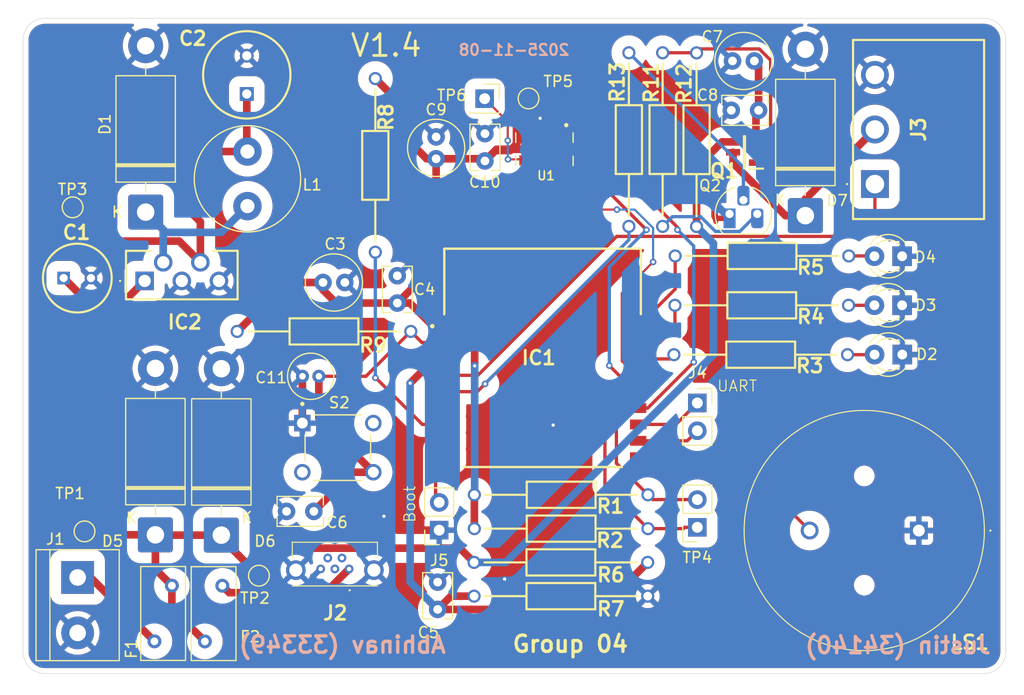
<source format=kicad_pcb>
(kicad_pcb (version 20241229) (generator "pcbnew") (generator_version "9.0")
  (title_block (title "KnockLock") (date "2025-11-08") (rev "V1.4") (company "HSRW") (comment 1 "Group 04") (comment 2 "Justin Julius Chin Cheong - 34140") (comment 3 "Abhinav Kothari - 33349"))
  (layers (0 "F.Cu" signal) (2 "B.Cu" signal) (13 "F.Paste" user) (15 "B.Paste" user) (5 "F.SilkS" user "F.Silkscreen") (7 "B.SilkS" user "B.Silkscreen") (1 "F.Mask" user) (3 "B.Mask" user) (25 "Edge.Cuts" user))
  (net 0 "")
  (net 1 "+5V")
  (net 2 "+3V3")
  (net 3 "GND")
  (net 4 "+3.3V")
  (net 5 "BAT_V")
  (net 6 "MRESET")
  (net 7 "Net-(D1-K)")
  (net 8 "Net-(D2-A)")
  (net 9 "Net-(D3-A)")
  (net 10 "Net-(D4-A)")
  (net 11 "Net-(D7-K)")
  (net 12 "SDA")
  (net 13 "YLED")
  (net 14 "SERVO")
  (net 15 "RX")
  (net 16 "SCL")
  (net 17 "WAKE_INT")
  (net 18 "Net-(IC1-IO8)")
  (net 19 "GLED")
  (net 20 "RLED")
  (net 21 "CONTROL")
  (net 22 "BUZZ")
  (net 25 "TX")
  (net 26 "BOOT")
  (net 27 "Net-(Q1-G)")
  (net 28 "Net-(Q2-B)")
  (net 29 "Net-(Q2-C)")
  (net 34 "Net-(F2-Pad1)")
  (net 35 "Net-(J1-Pin_1)")
  (footprint "SamacSys_Parts:CAPPRD350W65D800H1300" (layer "F.Cu") (at 125.032016 76.050747 90)
    (property "Reference" "C2")
    (property "Value" "330uF" (hide yes))
  )
  (footprint "SamacSys_Parts:ESP32C3WROOM02N4" (layer "F.Cu") (at 153.082616 103.514447)
    (property "Reference" "IC1")
    (property "Value" "ESP32-C3-WROOM-02-N4" (hide yes))
  )
  (footprint "SamacSys_Parts:RESAD1590W60L630D240" (layer "F.Cu") (at 145.847616 122.040647)
    (property "Reference" "R7")
    (property "Value" "6.8kOhms" (hide yes))
  )
  (footprint "Fuse:Fuse_BelFuse_0ZRE0012FF_L8.3mm_W3.8mm" (layer "F.Cu") (at 116.572716 126.177147 90)
    (property "Reference" "F1")
    (property "Value" "Polyfuse")
  )
  (footprint "LED_THT:LED_D3.0mm" (layer "F.Cu") (at 185.060816 99.917947 180)
    (property "Reference" "D2")
    (property "Value" "R-LED")
  )
  (footprint "Capacitor_THT:C_Rect_L4.0mm_W2.5mm_P2.50mm" (layer "F.Cu") (at 138.816516 92.698947 -90)
    (property "Reference" "C4")
    (property "Value" "0.1uF")
  )
  (footprint "Fuse:Fuse_BelFuse_0ZRE0012FF_L8.3mm_W3.8mm" (layer "F.Cu") (at 122.792716 121.087147 -90)
    (property "Reference" "F2")
    (property "Value" "Polyfuse")
  )
  (footprint "Diode_THT:D_DO-201AD_P15.24mm_Horizontal" (layer "F.Cu") (at 116.661516 116.423647 90)
    (property "Reference" "D5")
    (property "Value" "1N5822")
  )
  (footprint "SamacSys_Parts:SOT95P237X112-3N" (layer "F.Cu") (at 170.612416 81.387847 180)
    (property "Reference" "Q1")
    (property "Value" "IRLML6402TRPBF" (hide yes))
  )
  (footprint "SamacSys_Parts:RESAD1590W60L630D240" (layer "F.Cu") (at 163.115216 88.178447 90)
    (property "Reference" "R11")
    (property "Value" "100 Ohms" (hide yes))
  )
  (footprint "TestPoint:TestPoint_Pad_D1.5mm" (layer "F.Cu") (at 126.142716 120.167147)
    (property "Reference" "TP2")
    (property "Value" "TP_Ext")
  )
  (footprint "SamacSys_Parts:PKM22EPPH4001B0" (layer "F.Cu") (at 186.579816 116.032047 180)
    (property "Reference" "LS1")
    (property "Value" "PKM22EPPH4001-B0" (hide yes))
  )
  (footprint "Connector_PinSocket_2.54mm:PinSocket_1x01_P2.54mm_Vertical" (layer "F.Cu") (at 146.815416 76.481947)
    (property "Reference" "TP6")
    (property "Value" "TP_IMUINT")
  )
  (footprint "LED_THT:LED_D3.0mm" (layer "F.Cu") (at 185.046516 95.398747 180)
    (property "Reference" "D3")
    (property "Value" "Y-LED")
  )
  (footprint "SamacSys_Parts:RESAD1590W60L630D240" (layer "F.Cu") (at 145.871516 115.857647)
    (property "Reference" "R2")
    (property "Value" "4k7Ohms" (hide yes))
  )
  (footprint "Diode_THT:D_DO-201AD_P15.24mm_Horizontal" (layer "F.Cu") (at 122.701516 116.453647 90)
    (property "Reference" "D6")
    (property "Value" "1N5822")
  )
  (footprint "Diode_THT:D_DO-201AD_P15.24mm_Horizontal" (layer "F.Cu") (at 115.772016 86.870747 90)
    (property "Reference" "D1")
    (property "Value" "1N5822")
  )
  (footprint "Connector_PinSocket_2.54mm:PinSocket_1x02_P2.54mm_Vertical" (layer "F.Cu") (at 166.291716 104.350147)
    (property "Reference" "J4")
    (property "Value" "UART")
  )
  (footprint "SamacSys_Parts:TBP04R1250003BE" (layer "F.Cu") (at 182.554016 84.303647 90)
    (property "Reference" "J3")
    (property "Value" "TBP04R12-500-03BE" (hide yes))
  )
  (footprint "Diode_THT:D_DO-201AD_P15.24mm_Horizontal" (layer "F.Cu") (at 176.184016 87.193647 90)
    (property "Reference" "D7")
    (property "Value" "1N5822")
  )
  (footprint "ADXL345BCCZ-RL7:PQFN80P500X300X100-14N" (layer "F.Cu") (at 152.291716 81.115147 -90)
    (property "Reference" "U1")
    (property "Value" "ADXL345BCCZ-RL7")
  )
  (footprint "SamacSys_Parts:RESAD1590W60L630D240" (layer "F.Cu") (at 164.264153 90.883617)
    (property "Reference" "R5")
    (property "Value" "27 Ohms" (hide yes))
  )
  (footprint "Capacitor_THT:C_Rect_L4.0mm_W2.5mm_P2.50mm" (layer "F.Cu") (at 169.402416 77.547847)
    (property "Reference" "C8")
    (property "Value" "0.1uF")
  )
  (footprint "SamacSys_Parts:RESAD1590W60L630D240" (layer "F.Cu") (at 166.221316 72.287547 -90)
    (property "Reference" "R12")
    (property "Value" "100kOhms" (hide yes))
  )
  (footprint "SamacSys_Parts:USB3145301A" (layer "F.Cu") (at 133.097716 119.327147 180)
    (property "Reference" "J2")
    (property "Value" "USB3145-30-1-A" (hide yes))
  )
  (footprint "LED_THT:LED_D3.0mm" (layer "F.Cu") (at 185.047116 90.910947 180)
    (property "Reference" "D4")
    (property "Value" "G-LED")
  )
  (footprint "Inductor_THT:L_Radial_D9.5mm_P5.00mm_Fastron_07HVP" (layer "F.Cu") (at 125.092016 86.320747 90)
    (property "Reference" "L1")
    (property "Value" "330uH")
  )
  (footprint "SamacSys_Parts:CAPPRD250W55D630H1220" (layer "F.Cu") (at 108.262016 92.910747)
    (property "Reference" "C1")
    (property "Value" "100uF")
  )
  (footprint "TestPoint:TestPoint_Pad_D1.5mm" (layer "F.Cu") (at 110.172716 116.107147 180)
    (property "Reference" "TP1")
    (property "Value" "TP_Bat")
  )
  (footprint "SamacSys_Parts:RESAD1590W60L630D240" (layer "F.Cu") (at 160.023716 88.178447 90)
    (property "Reference" "R13")
    (property "Value" "10kOhms" (hide yes))
  )
  (footprint "Capacitor_THT:C_Radial_D4.0mm_H7.0mm_P1.50mm" (layer "F.Cu") (at 131.631116 101.906147 180)
    (property "Reference" "C11")
    (property "Value" "1uF")
  )
  (footprint "SamacSys_Parts:RESAD1590W60L630D240" (layer "F.Cu") (at 140.051116 97.796147 180)
    (property "Reference" "R9")
    (property "Value" "10kOhms" (hide yes))
  )
  (footprint "SamacSys_Parts:RESAD1590W60L630D240" (layer "F.Cu") (at 164.241812 95.405069)
    (property "Reference" "R4")
    (property "Value" "27 Ohms" (hide yes))
  )
  (footprint "SamacSys_Parts:RESAD1590W60L630D240" (layer "F.Cu") (at 145.872516 112.756647)
    (property "Reference" "R1")
    (property "Value" "4k7Ohms" (hide yes))
  )
  (footprint "Capacitor_THT:C_Radial_D5.0mm_H11.0mm_P2.00mm" (layer "F.Cu") (at 169.512416 73.027847)
    (property "Reference" "C7")
    (property "Value" "10uF")
  )
  (footprint "Connector_PinSocket_2.54mm:PinSocket_1x02_P2.54mm_Vertical" (layer "F.Cu") (at 142.652516 115.996647 180)
    (property "Reference" "J5")
    (property "Value" "Boot Pins")
  )
  (footprint "Connector_PinSocket_2.54mm:PinSocket_1x02_P2.54mm_Vertical" (layer "F.Cu") (at 166.291716 115.736647 180)
    (property "Reference" "TP4")
    (property "Value" "TP_I2C")
  )
  (footprint "TerminalBlock:TerminalBlock_bornier-2_P5.08mm" (layer "F.Cu") (at 109.542716 120.327147 -90)
    (property "Reference" "J1")
    (property "Value" "Screw_Terminal_01x02")
  )
  (footprint "Package_TO_SOT_THT:TO-92_HandSolder" (layer "F.Cu") (at 169.242416 87.037847)
    (property "Reference" "Q2")
    (property "Value" "BC547B")
  )
  (footprint "SamacSys_Parts:RESAD1590W60L630D240" (layer "F.Cu") (at 145.847616 118.949147)
    (property "Reference" "R6")
    (property "Value" "10kOhms" (hide yes))
  )
  (footprint "TestPoint:TestPoint_Pad_D1.5mm" (layer "F.Cu") (at 109.082016 86.430747)
    (property "Reference" "TP3")
    (property "Value" "TP_3V3")
  )
  (footprint "SamacSys_Parts:LM257533WT" (layer "F.Cu") (at 115.678016 93.170747)
    (property "Reference" "IC2")
    (property "Value" "LM2575-3.3WT" (hide yes))
  )
  (footprint "Capacitor_THT:C_Radial_D5.0mm_H11.0mm_P2.00mm" (layer "F.Cu") (at 134.011716 93.315147 180)
    (property "Reference" "C3")
    (property "Value" "10uF")
  )
  (footprint "Capacitor_THT:C_Radial_D5.0mm_H11.0mm_P2.00mm" (layer "F.Cu") (at 142.371716 79.985147 -90)
    (property "Reference" "C9")
    (property "Value" "10uF")
  )
  (footprint "Capacitor_THT:C_Rect_L4.0mm_W2.5mm_P2.50mm" (layer "F.Cu") (at 142.512516 123.256647 90)
    (property "Reference" "C5")
    (property "Value" "0.1uF")
  )
  (footprint "Capacitor_THT:C_Rect_L4.0mm_W2.5mm_P2.50mm" (layer "F.Cu") (at 146.841716 79.685147 -90)
    (property "Reference" "C10")
    (property "Value" "0.1uF")
  )
  (footprint "Capacitor_THT:C_Rect_L4.0mm_W2.5mm_P2.50mm" (layer "F.Cu") (at 128.672716 114.277147)
    (property "Reference" "C6")
    (property "Value" "0.1uF")
  )
  (footprint "TS02-66-60-BK-260-LCR-D:SW_TS02-66-60-BK-260-LCR-D" (layer "F.Cu") (at 133.370432 108.441657)
    (property "Reference" "S2")
    (property "Value" "TS02-66-60-BK-260-LCR-D")
  )
  (footprint "SamacSys_Parts:RESAD1590W60L630D240" (layer "F.Cu") (at 164.14746 99.927391)
    (property "Reference" "R3")
    (property "Value" "27 Ohms" (hide yes))
  )
  (footprint "SamacSys_Parts:RESAD1590W60L630D240" (layer "F.Cu") (at 136.802016 74.640747 -90)
    (property "Reference" "R8")
    (property "Value" "10kOhms" (hide yes))
  )
  (footprint "TestPoint:TestPoint_Pad_D1.5mm" (layer "F.Cu") (at 150.835416 76.461947)
    (property "Reference" "TP5")
    (property "Value" "TP_IMUV")
  )
  (gr_line (start 192.541716 129.125147) (end 106.541716 129.125147) (stroke (width 0.05)) (layer "Edge.Cuts"))
  (gr_arc (start 192.541716 69.125147) (mid 193.95593 69.710933) (end 194.541716 71.125147) (stroke (width 0.05)) (layer "Edge.Cuts"))
  (gr_line (start 106.541716 69.125147) (end 192.541716 69.125147) (stroke (width 0.05)) (layer "Edge.Cuts"))
  (gr_arc (start 104.541716 71.125147) (mid 105.127502 69.710933) (end 106.541716 69.125147) (stroke (width 0.05)) (layer "Edge.Cuts"))
  (gr_arc (start 106.541716 129.125147) (mid 105.127502 128.539361) (end 104.541716 127.125147) (stroke (width 0.05)) (layer "Edge.Cuts"))
  (gr_line (start 104.541716 127.125147) (end 104.541716 71.125147) (stroke (width 0.05)) (layer "Edge.Cuts"))
  (gr_line (start 194.541716 71.125147) (end 194.541716 127.125147) (stroke (width 0.05)) (layer "Edge.Cuts"))
  (gr_arc (start 194.541716 127.125147) (mid 193.95593 128.539361) (end 192.541716 129.125147) (stroke (width 0.05)) (layer "Edge.Cuts"))
  (gr_text "${PROJECTNAME} ${REVISION}\n" (at 132.87 72.78 0) (layer "F.SilkS") (effects (font (size 2 2) (thickness 0.25)) (justify left bottom)))
  (gr_text "Boot" (at 140.541716 115.375147 90) (layer "F.SilkS") (effects (font (size 1 1) (thickness 0.1)) (justify left bottom)))
  (gr_text "UART" (at 168.041716 103.375147 0) (layer "F.SilkS") (effects (font (size 1 1) (thickness 0.1)) (justify left bottom)))
  (gr_text "${COMMENT1}" (at 149.21 127.3 0) (layer "F.SilkS") (effects (font (size 1.5 1.5) (thickness 0.3) (bold yes)) (justify left bottom)))
  (gr_text "Justin (34140)" (at 193.321716 127.425147 0) (layer "B.SilkS") (effects (font (size 1.5 1.5) (thickness 0.3) (bold yes)) (justify left bottom mirror)))
  (gr_text "Abhinav (33349)" (at 143.411716 127.375147 0) (layer "B.SilkS") (effects (font (size 1.5 1.5) (thickness 0.3) (bold yes)) (justify left bottom mirror)))
  (gr_text "${ISSUE_DATE}" (at 154.68412 72.604607 0) (layer "B.SilkS") (effects (font (size 1 1) (thickness 0.2) (bold yes)) (justify left bottom mirror)))
  (segment (start 113.223616 95.625147) (end 110.976416 95.625147) (width 0.7) (layer "F.Cu") (net 1))
  (segment (start 166.221316 88.187547) (end 166.221316 82.776947) (width 0.7) (layer "F.Cu") (net 1))
  (segment (start 122.701516 116.725947) (end 126.142716 120.167147) (width 0.7) (layer "F.Cu") (net 1))
  (segment (start 115.678016 93.170747) (end 113.223616 95.625147) (width 0.7) (layer "F.Cu") (net 1))
  (segment (start 168.560416 80.437847) (end 171.662416 80.437847) (width 0.7) (layer "F.Cu") (net 1))
  (segment (start 122.701516 116.453647) (end 116.691516 116.453647) (width 0.7) (layer "F.Cu") (net 1))
  (segment (start 110.172716 94.821447) (end 108.262016 92.910747) (width 0.7) (layer "F.Cu") (net 1))
  (segment (start 110.976416 95.625147) (end 108.262016 92.910747) (width 0.7) (layer "F.Cu") (net 1))
  (segment (start 110.172716 116.107147) (end 110.172716 94.821447) (width 0.7) (layer "F.Cu") (net 1))
  (segment (start 166.221316 82.776947) (end 168.560416 80.437847) (width 0.7) (layer "F.Cu") (net 1))
  (segment (start 171.902416 77.547847) (end 171.902416 73.417847) (width 0.7) (layer "F.Cu") (net 1))
  (segment (start 116.691516 116.453647) (end 116.661516 116.423647) (width 0.7) (layer "F.Cu") (net 1))
  (segment (start 118.172716 121.077147) (end 118.172716 123.167147) (width 0.7) (layer "F.Cu") (net 1))
  (segment (start 171.662416 77.787847) (end 171.902416 77.547847) (width 0.7) (layer "F.Cu") (net 1))
  (segment (start 171.902416 73.417847) (end 171.512416 73.027847) (width 0.7) (layer "F.Cu") (net 1))
  (segment (start 144.544616 117.646147) (end 128.663716 117.646147) (width 0.7) (layer "F.Cu") (net 1))
  (segment (start 122.701516 116.453647) (end 122.701516 116.725947) (width 0.7) (layer "F.Cu") (net 1))
  (segment (start 145.847616 118.949147) (end 144.544616 117.646147) (width 0.7) (layer "F.Cu") (net 1))
  (segment (start 128.663716 117.646147) (end 126.142716 120.167147) (width 0.7) (layer "F.Cu") (net 1))
  (segment (start 171.662416 80.437847) (end 171.662416 77.787847) (width 0.7) (layer "F.Cu") (net 1))
  (segment (start 116.661516 116.423647) (end 116.661516 119.565947) (width 0.7) (layer "F.Cu") (net 1))
  (segment (start 110.489216 116.423647) (end 110.172716 116.107147) (width 0.7) (layer "F.Cu") (net 1))
  (segment (start 116.661516 116.423647) (end 110.489216 116.423647) (width 0.7) (layer "F.Cu") (net 1))
  (segment (start 118.172716 123.167147) (end 121.192716 126.187147) (width 0.7) (layer "F.Cu") (net 1))
  (segment (start 116.661516 119.565947) (end 118.172716 121.077147) (width 0.7) (layer "F.Cu") (net 1))
  (segment (start 167.761716 99.937933) (end 148.750502 118.949147) (width 0.7) (layer "B.Cu") (net 1))
  (segment (start 167.761716 89.727947) (end 167.761716 99.937933) (width 0.7) (layer "B.Cu") (net 1))
  (segment (start 166.221316 88.187547) (end 167.761716 89.727947) (width 0.7) (layer "B.Cu") (net 1))
  (segment (start 148.750502 118.949147) (end 145.847616 118.949147) (width 0.7) (layer "B.Cu") (net 1))
  (segment (start 120.946116 81.320747) (end 125.092016 81.320747) (width 0.7) (layer "F.Cu") (net 2))
  (segment (start 118.839416 89.525147) (end 120.783016 91.468747) (width 0.7) (layer "F.Cu") (net 2))
  (segment (start 119.361716 82.905147) (end 120.946116 81.320747) (width 0.7) (layer "F.Cu") (net 2))
  (segment (start 119.361716 86.345147) (end 119.361716 82.905147) (width 0.7) (layer "F.Cu") (net 2))
  (segment (start 120.783016 87.766447) (end 119.361716 86.345147) (width 0.7) (layer "F.Cu") (net 2))
  (segment (start 125.032016 81.260747) (end 125.092016 81.320747) (width 0.7) (layer "F.Cu") (net 2))
  (segment (start 109.082016 86.430747) (end 112.176416 89.525147) (width 0.7) (layer "F.Cu") (net 2))
  (segment (start 120.641716 91.327447) (end 120.783016 91.468747) (width 0.7) (layer "F.Cu") (net 2))
  (segment (start 120.783016 91.468747) (end 120.783016 87.766447) (width 0.7) (layer "F.Cu") (net 2))
  (segment (start 125.032016 76.050747) (end 125.032016 81.260747) (width 0.7) (layer "F.Cu") (net 2))
  (segment (start 112.176416 89.525147) (end 118.839416 89.525147) (width 0.7) (layer "F.Cu") (net 2))
  (segment (start 151.091716 80.105147) (end 151.895981 79.300882) (width 0.3) (layer "F.Cu") (net 3))
  (segment (start 151.091716 80.105147) (end 151.891716 80.105147) (width 0.3) (layer "F.Cu") (net 3))
  (segment (start 152.145981 78.875147) (end 153.041716 78.875147) (width 0.3) (layer "F.Cu") (net 3))
  (segment (start 153.041716 78.875147) (end 153.490716 79.324147) (width 0.3) (layer "F.Cu") (net 3))
  (segment (start 130.120432 106.191657) (end 130.120432 101.916831) (width 0.7) (layer "F.Cu") (net 3))
  (segment (start 153.490716 79.344147) (end 153.491716 79.345147) (width 0.3) (layer "F.Cu") (net 3))
  (segment (start 138.863216 115.996647) (end 137.591716 114.725147) (width 0.7) (layer "F.Cu") (net 3))
  (segment (start 151.895981 80.100882) (end 151.891716 80.105147) (width 0.3) (layer "F.Cu") (net 3))
  (segment (start 153.491716 82.125147) (end 153.491716 80.105147) (width 0.3) (layer "F.Cu") (net 3))
  (segment (start 151.895981 78.625147) (end 152.145981 78.875147) (width 0.3) (layer "F.Cu") (net 3))
  (segment (start 142.652516 115.996647) (end 138.863216 115.996647) (width 0.7) (layer "F.Cu") (net 3))
  (segment (start 151.895981 79.300882) (end 151.895981 78.625147) (width 0.3) (layer "F.Cu") (net 3))
  (segment (start 153.491716 79.345147) (end 153.491716 80.105147) (width 0.3) (layer "F.Cu") (net 3))
  (segment (start 151.895981 78.279412) (end 151.895981 80.100882) (width 0.3) (layer "F.Cu") (net 3))
  (segment (start 153.490716 79.324147) (end 153.490716 79.344147) (width 0.3) (layer "F.Cu") (net 3))
  (segment (start 130.120432 101.916831) (end 130.131116 101.906147) (width 0.7) (layer "F.Cu") (net 3))
  (via (at 148.641716 120.475147) (size 0.6) (drill 0.3) (layers "F.Cu" "B.Cu") (net 3))
  (via (at 153.091716 106.375147) (size 0.6) (drill 0.3) (layers "F.Cu" "B.Cu") (net 3))
  (via (at 137.591716 114.725147) (size 0.6) (drill 0.3) (layers "F.Cu" "B.Cu") (net 3))
  (via (at 151.895981 78.279412) (size 0.6) (drill 0.3) (layers "F.Cu" "B.Cu") (net 3))
  (segment (start 168.854416 87.037847) (end 167.741716 85.925147) (width 0.7) (layer "B.Cu") (net 3))
  (segment (start 150.291716 80.105147) (end 150.291716 81.105147) (width 0.3) (layer "F.Cu") (net 4))
  (segment (start 142.371716 81.985147) (end 141.501716 81.985147) (width 0.7) (layer "F.Cu") (net 4))
  (segment (start 139.975516 95.198947) (end 138.816516 95.198947) (width 0.7) (layer "F.Cu") (net 4))
  (segment (start 150.291716 79.035147) (end 151.651716 77.675147) (width 0.3) (layer "F.Cu") (net 4))
  (segment (start 143.372616 97.314447) (end 142.091016 97.314447) (width 0.7) (layer "F.Cu") (net 4))
  (segment (start 124.170716 97.796147) (end 128.651716 93.315147) (width 0.7) (layer "F.Cu") (net 4))
  (segment (start 150.291716 81.105147) (end 150.281716 81.115147) (width 0.3) (layer "F.Cu") (net 4))
  (segment (start 124.151116 97.796147) (end 124.170716 97.796147) (width 0.7) (layer "F.Cu") (net 4))
  (segment (start 142.371716 91.643747) (end 138.816516 95.198947) (width 0.7) (layer "F.Cu") (net 4))
  (segment (start 145.901716 99.013547) (end 145.901716 100.945147) (width 0.7) (layer "F.Cu") (net 4))
  (segment (start 132.011716 93.995147) (end 132.011716 93.315147) (width 0.7) (layer "F.Cu") (net 4))
  (segment (start 142.371716 81.985147) (end 142.371716 91.643747) (width 0.7) (layer "F.Cu") (net 4))
  (segment (start 139.041716 79.525147) (end 139.041716 76.880447) (width 0.7) (layer "F.Cu") (net 4))
  (segment (start 142.091016 97.314447) (end 139.975516 95.198947) (width 0.7) (layer "F.Cu") (net 4))
  (segment (start 144.202616 97.314447) (end 145.901716 99.013547) (width 0.7) (layer "F.Cu") (net 4))
  (segment (start 147.911716 81.115147) (end 146.841716 82.185147) (width 0.7) (layer "F.Cu") (net 4))
  (segment (start 138.816516 95.198947) (end 133.215516 95.198947) (width 0.7) (layer "F.Cu") (net 4))
  (segment (start 146.641716 81.985147) (end 146.841716 82.185147) (width 0.7) (layer "F.Cu") (net 4))
  (segment (start 153.201716 77.675147) (end 154.291716 78.765147) (width 0.3) (layer "F.Cu") (net 4))
  (segment (start 147.792716 81.234147) (end 146.841716 82.185147) (width 0.7) (layer "F.Cu") (net 4))
  (segment (start 141.501716 81.985147) (end 139.041716 79.525147) (width 0.7) (layer "F.Cu") (net 4))
  (segment (start 128.651716 93.315147) (end 132.011716 93.315147) (width 0.7) (layer "F.Cu") (net 4))
  (segment (start 145.871516 112.757647) (end 145.872516 112.756647) (width 0.7) (layer "F.Cu") (net 4))
  (segment (start 149.732716 77.564647) (end 149.732716 80.646933) (width 0.7) (layer "F.Cu") (net 4))
  (segment (start 139.041716 76.880447) (end 136.802016 74.640747) (width 0.7) (layer "F.Cu") (net 4))
  (segment (start 149.145502 81.234147) (end 147.792716 81.234147) (width 0.7) (layer "F.Cu") (net 4))
  (segment (start 133.215516 95.198947) (end 132.011716 93.995147) (width 0.7) (layer "F.Cu") (net 4))
  (segment (start 149.732716 80.646933) (end 149.145502 81.234147) (width 0.7) (layer "F.Cu") (net 4))
  (segment (start 150.835416 76.461947) (end 149.732716 77.564647) (width 0.7) (layer "F.Cu") (net 4))
  (segment (start 145.871516 115.857647) (end 145.871516 112.757647) (width 0.7) (layer "F.Cu") (net 4))
  (segment (start 142.371716 81.985147) (end 146.641716 81.985147) (width 0.7) (layer "F.Cu") (net 4))
  (segment (start 150.291716 80.105147) (end 150.291716 79.035147) (width 0.3) (layer "F.Cu") (net 4))
  (segment (start 150.281716 81.115147) (end 147.911716 81.115147) (width 0.7) (layer "F.Cu") (net 4))
  (segment (start 154.291716 78.765147) (end 154.291716 80.105147) (width 0.3) (layer "F.Cu") (net 4))
  (segment (start 151.651716 77.675147) (end 153.201716 77.675147) (width 0.3) (layer "F.Cu") (net 4))
  (segment (start 143.372616 97.314447) (end 144.202616 97.314447) (width 0.7) (layer "F.Cu") (net 4))
  (via (at 145.901716 100.945147) (size 0.6) (drill 0.3) (layers "F.Cu" "B.Cu") (net 4))
  (segment (start 145.901716 112.727447) (end 145.872516 112.756647) (width 0.7) (layer "B.Cu") (net 4))
  (segment (start 145.901716 100.945147) (end 145.901716 112.727447) (width 0.7) (layer "B.Cu") (net 4))
  (segment (start 145.847616 122.040647) (end 143.728516 122.040647) (width 0.7) (layer "F.Cu") (net 5))
  (segment (start 142.212416 100.314447) (end 143.372616 100.314447) (width 0.7) (layer "F.Cu") (net 5))
  (segment (start 143.728516 122.040647) (end 142.512516 123.256647) (width 0.7) (layer "F.Cu") (net 5))
  (segment (start 161.747616 118.949147) (end 157.440116 123.256647) (width 0.7) (layer "F.Cu") (net 5))
  (segment (start 157.440116 123.256647) (end 142.512516 123.256647) (width 0.7) (layer "F.Cu") (net 5))
  (segment (start 139.991716 102.535147) (end 142.212416 100.314447) (width 0.7) (layer "F.Cu") (net 5))
  (via (at 139.991716 102.535147) (size 0.6) (drill 0.3) (layers "F.Cu" "B.Cu") (net 5))
  (segment (start 142.512516 123.256647) (end 139.991716 120.735847) (width 0.7) (layer "B.Cu") (net 5))
  (segment (start 139.991716 120.735847) (end 139.991716 102.535147) (width 0.7) (layer "B.Cu") (net 5))
  (segment (start 135.941116 101.906147) (end 140.051116 97.796147) (width 0.3) (layer "F.Cu") (net 6))
  (segment (start 131.631116 101.906147) (end 135.941116 101.906147) (width 0.3) (layer "F.Cu") (net 6))
  (segment (start 134.758206 110.691657) (end 131.172716 114.277147) (width 0.7) (layer "F.Cu") (net 6))
  (segment (start 131.631116 105.702341) (end 131.631116 101.906147) (width 0.7) (layer "F.Cu") (net 6))
  (segment (start 140.051116 97.796147) (end 141.069416 98.814447) (width 0.3) (layer "F.Cu") (net 6))
  (segment (start 136.620432 110.691657) (end 131.631116 105.702341) (width 0.7) (layer "F.Cu") (net 6))
  (segment (start 136.620432 110.691657) (end 134.758206 110.691657) (width 0.7) (layer "F.Cu") (net 6))
  (segment (start 141.069416 98.814447) (end 143.372616 98.814447) (width 0.3) (layer "F.Cu") (net 6))
  (segment (start 117.380016 88.478747) (end 115.772016 86.870747) (width 0.7) (layer "B.Cu") (net 7))
  (segment (start 125.092016 86.320747) (end 122.687616 88.725147) (width 0.7) (layer "B.Cu") (net 7))
  (segment (start 117.626416 88.725147) (end 115.772016 86.870747) (width 0.7) (layer "B.Cu") (net 7))
  (segment (start 122.687616 88.725147) (end 117.626416 88.725147) (width 0.7) (layer "B.Cu") (net 7))
  (segment (start 117.380016 91.468747) (end 117.380016 88.478747) (width 0.7) (layer "B.Cu") (net 7))
  (segment (start 182.511372 99.927391) (end 182.520816 99.917947) (width 0.3) (layer "F.Cu") (net 8))
  (segment (start 180.04746 99.927391) (end 182.511372 99.927391) (width 0.3) (layer "F.Cu") (net 8))
  (segment (start 182.500194 95.405069) (end 182.506516 95.398747) (width 0.3) (layer "F.Cu") (net 9))
  (segment (start 180.141812 95.405069) (end 182.500194 95.405069) (width 0.3) (layer "F.Cu") (net 9))
  (segment (start 180.164153 90.883617) (end 182.479786 90.883617) (width 0.3) (layer "F.Cu") (net 10))
  (segment (start 182.479786 90.883617) (end 182.507116 90.910947) (width 0.3) (layer "F.Cu") (net 10))
  (segment (start 176.184016 87.193647) (end 176.184016 85.673647) (width 0.7) (layer "F.Cu") (net 11))
  (segment (start 176.184016 85.673647) (end 182.554016 79.303647) (width 0.7) (layer "F.Cu") (net 11))
  (segment (start 169.562416 82.387847) (end 169.562416 81.387847) (width 0.7) (layer "F.Cu") (net 11))
  (segment (start 176.184016 87.193647) (end 174.368216 87.193647) (width 0.7) (layer "F.Cu") (net 11))
  (segment (start 174.368216 87.193647) (end 169.562416 82.387847) (width 0.7) (layer "F.Cu") (net 11))
  (segment (start 161.771516 115.857647) (end 157.831716 111.917847) (width 0.3) (layer "F.Cu") (net 12))
  (segment (start 155.262216 82.125147) (end 161.631716 88.494647) (width 0.3) (layer "F.Cu") (net 12))
  (segment (start 160.572616 103.314447) (end 160.872616 103.314447) (width 0.3) (layer "F.Cu") (net 12))
  (segment (start 165.011516 115.857647) (end 165.132516 115.736647) (width 0.3) (layer "F.Cu") (net 12))
  (segment (start 161.771516 115.857647) (end 165.011516 115.857647) (width 0.3) (layer "F.Cu") (net 12))
  (segment (start 154.291716 82.125147) (end 155.262216 82.125147) (width 0.3) (layer "F.Cu") (net 12))
  (segment (start 158.231716 100.925147) (end 160.621016 103.314447) (width 0.3) (layer "F.Cu") (net 12))
  (segment (start 157.831716 111.917847) (end 157.831716 106.055347) (width 0.3) (layer "F.Cu") (net 12))
  (segment (start 154.321716 82.125147) (end 154.341716 82.145147) (width 0.3) (layer "F.Cu") (net 12))
  (segment (start 157.831716 106.055347) (end 160.572616 103.314447) (width 0.3) (layer "F.Cu") (net 12))
  (segment (start 161.174616 103.314447) (end 160.872616 103.314447) (width 0.3) (layer "F.Cu") (net 12))
  (segment (start 165.132516 115.736647) (end 166.291716 115.736647) (width 0.3) (layer "F.Cu") (net 12))
  (segment (start 160.872616 103.314447) (end 160.570616 103.314447) (width 0.3) (layer "F.Cu") (net 12))
  (segment (start 154.291716 82.125147) (end 154.321716 82.125147) (width 0.3) (layer "F.Cu") (net 12))
  (segment (start 160.621016 103.314447) (end 160.872616 103.314447) (width 0.3) (layer "F.Cu") (net 12))
  (via (at 158.231716 100.925147) (size 0.6) (drill 0.3) (layers "F.Cu" "B.Cu") (net 12))
  (via (at 161.631716 88.494647) (size 0.6) (drill 0.3) (layers "F.Cu" "B.Cu") (net 12))
  (segment (start 158.231716 91.894647) (end 158.231716 100.925147) (width 0.3) (layer "B.Cu") (net 12))
  (segment (start 161.631716 88.494647) (end 158.231716 91.894647) (width 0.3) (layer "B.Cu") (net 12))
  (segment (start 164.241812 95.405069) (end 164.241812 97.425051) (width 0.3) (layer "F.Cu") (net 13))
  (segment (start 164.241812 97.425051) (end 162.852416 98.814447) (width 0.3) (layer "F.Cu") (net 13))
  (segment (start 162.852416 98.814447) (end 160.872616 98.814447) (width 0.3) (layer "F.Cu") (net 13))
  (segment (start 146.142416 103.314447) (end 146.851716 102.605147) (width 0.3) (layer "F.Cu") (net 14))
  (segment (start 143.372616 103.314447) (end 146.142416 103.314447) (width 0.3) (layer "F.Cu") (net 14))
  (via (at 146.851716 102.605147) (size 0.6) (drill 0.3) (layers "F.Cu" "B.Cu") (net 14))
  (segment (start 146.851716 102.605147) (end 146.851716 102.585147) (width 0.3) (layer "B.Cu") (net 14))
  (segment (start 160.023716 89.413147) (end 160.023716 88.178447) (width 0.3) (layer "B.Cu") (net 14))
  (segment (start 146.851716 102.585147) (end 160.023716 89.413147) (width 0.3) (layer "B.Cu") (net 14))
  (segment (start 165.367416 107.814447) (end 166.291716 106.890147) (width 0.3) (layer "F.Cu") (net 15))
  (segment (start 160.872616 107.814447) (end 165.367416 107.814447) (width 0.3) (layer "F.Cu") (net 15))
  (segment (start 160.572616 104.814447) (end 160.872616 104.814447) (width 0.3) (layer "F.Cu") (net 16))
  (segment (start 160.872616 104.814447) (end 161.752416 104.814447) (width 0.3) (layer "F.Cu") (net 16))
  (segment (start 162.212516 113.196647) (end 166.291716 113.196647) (width 0.3) (layer "F.Cu") (net 16))
  (segment (start 157.326123 81.115147) (end 164.471716 88.26074) (width 0.3) (layer "F.Cu") (net 16))
  (segment (start 161.752416 104.814447) (end 165.961716 100.605147) (width 0.3) (layer "F.Cu") (net 16))
  (segment (start 164.471716 88.26074) (end 164.471716 88.485147) (width 0.3) (layer "F.Cu") (net 16))
  (segment (start 154.301716 81.115147) (end 157.326123 81.115147) (width 0.3) (layer "F.Cu") (net 16))
  (segment (start 161.772516 112.756647) (end 158.881716 109.865847) (width 0.3) (layer "F.Cu") (net 16))
  (segment (start 158.881716 109.865847) (end 158.881716 106.505347) (width 0.3) (layer "F.Cu") (net 16))
  (segment (start 161.772516 112.756647) (end 162.212516 113.196647) (width 0.3) (layer "F.Cu") (net 16))
  (segment (start 158.881716 106.505347) (end 160.572616 104.814447) (width 0.3) (layer "F.Cu") (net 16))
  (via (at 165.961716 100.605147) (size 0.6) (drill 0.3) (layers "F.Cu" "B.Cu") (net 16))
  (via (at 164.471716 88.485147) (size 0.6) (drill 0.3) (layers "F.Cu" "B.Cu") (net 16))
  (segment (start 165.961716 89.975147) (end 164.471716 88.485147) (width 0.3) (layer "B.Cu") (net 16))
  (segment (start 165.961716 100.605147) (end 165.961716 89.975147) (width 0.3) (layer "B.Cu") (net 16))
  (segment (start 150.201716 82.035147) (end 150.291716 82.125147) (width 0.2) (layer "F.Cu") (net 17))
  (segment (start 146.815416 76.481947) (end 148.931716 78.598247) (width 0.2) (layer "F.Cu") (net 17))
  (segment (start 150.291716 82.785147) (end 154.145731 86.639162) (width 0.2) (layer "F.Cu") (net 17))
  (segment (start 150.291716 82.125147) (end 150.291716 82.785147) (width 0.2) (layer "F.Cu") (net 17))
  (segment (start 148.951716 82.035147) (end 150.201716 82.035147) (width 0.2) (layer "F.Cu") (net 17))
  (segment (start 154.145731 86.639162) (end 158.927701 86.639162) (width 0.2) (layer "F.Cu") (net 17))
  (segment (start 159.371716 94.305147) (end 159.371716 100.515547) (width 0.2) (layer "F.Cu") (net 17))
  (segment (start 160.670616 101.814447) (end 160.872616 101.814447) (width 0.2) (layer "F.Cu") (net 17))
  (segment (start 162.241716 91.435147) (end 159.371716 94.305147) (width 0.2) (layer "F.Cu") (net 17))
  (segment (start 148.931716 78.598247) (end 148.931716 80.315147) (width 0.2) (layer "F.Cu") (net 17))
  (segment (start 159.371716 100.515547) (end 160.670616 101.814447) (width 0.2) (layer "F.Cu") (net 17))
  (via (at 162.241716 91.435147) (size 0.6) (drill 0.3) (layers "F.Cu" "B.Cu") (net 17))
  (via (at 148.931716 80.315147) (size 0.6) (drill 0.3) (layers "F.Cu" "B.Cu") (net 17))
  (via (at 158.927701 86.639162) (size 0.6) (drill 0.3) (layers "F.Cu" "B.Cu") (net 17))
  (via (at 148.951716 82.035147) (size 0.6) (drill 0.3) (layers "F.Cu" "B.Cu") (net 17))
  (segment (start 148.931716 82.015147) (end 148.951716 82.035147) (width 0.2) (layer "B.Cu") (net 17))
  (segment (start 160.555463 86.639162) (end 162.241716 88.325415) (width 0.2) (layer "B.Cu") (net 17))
  (segment (start 158.927701 86.639162) (end 160.555463 86.639162) (width 0.2) (layer "B.Cu") (net 17))
  (segment (start 162.241716 88.325415) (end 162.241716 91.435147) (width 0.2) (layer "B.Cu") (net 17))
  (segment (start 148.931716 80.315147) (end 148.931716 82.015147) (width 0.2) (layer "B.Cu") (net 17))
  (segment (start 141.111016 106.314447) (end 136.841716 102.045147) (width 0.3) (layer "F.Cu") (net 18))
  (segment (start 143.372616 106.314447) (end 141.111016 106.314447) (width 0.3) (layer "F.Cu") (net 18))
  (segment (start 136.841716 102.045147) (end 136.811716 102.045147) (width 0.3) (layer "F.Cu") (net 18))
  (via (at 136.811716 102.045147) (size 0.6) (drill 0.3) (layers "F.Cu" "B.Cu") (net 18))
  (segment (start 136.811716 101.675147) (end 136.802016 101.665447) (width 0.3) (layer "B.Cu") (net 18))
  (segment (start 136.811716 102.045147) (end 136.811716 101.675147) (width 0.3) (layer "B.Cu") (net 18))
  (segment (start 136.802016 101.665447) (end 136.802016 90.540747) (width 0.3) (layer "B.Cu") (net 18))
  (segment (start 164.264153 93.92291) (end 160.872616 97.314447) (width 0.3) (layer "F.Cu") (net 19))
  (segment (start 164.264153 90.883617) (end 164.264153 93.92291) (width 0.3) (layer "F.Cu") (net 19))
  (segment (start 164.14746 99.927391) (end 163.759704 100.315147) (width 0.3) (layer "F.Cu") (net 20))
  (segment (start 160.873316 100.315147) (end 160.872616 100.314447) (width 0.3) (layer "F.Cu") (net 20))
  (segment (start 163.759704 100.315147) (end 160.873316 100.315147) (width 0.3) (layer "F.Cu") (net 20))
  (segment (start 182.554016 87.192847) (end 182.554016 84.303647) (width 0.3) (layer "F.Cu") (net 21))
  (segment (start 146.192416 101.814447) (end 158.912216 89.094647) (width 0.3) (layer "F.Cu") (net 21))
  (segment (start 180.652216 89.094647) (end 182.554016 87.192847) (width 0.3) (layer "F.Cu") (net 21))
  (segment (start 158.912216 89.094647) (end 180.652216 89.094647) (width 0.3) (layer "F.Cu") (net 21))
  (segment (start 143.372616 101.814447) (end 146.192416 101.814447) (width 0.3) (layer "F.Cu") (net 21))
  (segment (start 176.579816 116.032047) (end 169.862216 109.314447) (width 0.3) (layer "F.Cu") (net 22))
  (segment (start 169.862216 109.314447) (end 160.872616 109.314447) (width 0.3) (layer "F.Cu") (net 22))
  (segment (start 160.872616 106.314447) (end 164.327416 106.314447) (width 0.3) (layer "F.Cu") (net 25))
  (segment (start 164.327416 106.314447) (end 166.291716 104.350147) (width 0.3) (layer "F.Cu") (net 25))
  (segment (start 142.321616 108.565447) (end 143.072616 107.814447) (width 0.3) (layer "F.Cu") (net 26))
  (segment (start 143.072616 107.814447) (end 143.372616 107.814447) (width 0.3) (layer "F.Cu") (net 26))
  (segment (start 142.652516 113.456647) (end 142.321616 113.125747) (width 0.3) (layer "F.Cu") (net 26))
  (segment (start 142.321616 113.125747) (end 142.321616 108.565447) (width 0.3) (layer "F.Cu") (net 26))
  (segment (start 171.968466 71.926847) (end 173.003416 72.961797) (width 0.3) (layer "F.Cu") (net 27))
  (segment (start 166.582016 71.926847) (end 171.968466 71.926847) (width 0.3) (layer "F.Cu") (net 27))
  (segment (start 173.003416 80.996847) (end 171.662416 82.337847) (width 0.3) (layer "F.Cu") (net 27))
  (segment (start 166.221316 72.287547) (end 166.582016 71.926847) (width 0.3) (layer "F.Cu") (net 27))
  (segment (start 166.124116 72.287547) (end 166.115016 72.278447) (width 0.3) (layer "F.Cu") (net 27))
  (segment (start 173.003416 72.961797) (end 173.003416 80.996847) (width 0.3) (layer "F.Cu") (net 27))
  (segment (start 166.221316 72.287547) (end 166.124116 72.287547) (width 0.3) (layer "F.Cu") (net 27))
  (segment (start 166.115016 72.278447) (end 163.115216 72.278447) (width 0.3) (layer "F.Cu") (net 27))
  (segment (start 170.512416 85.767847) (end 170.512416 82.767147) (width 0.3) (layer "B.Cu") (net 28))
  (segment (start 170.512416 82.767147) (end 160.023716 72.278447) (width 0.3) (layer "B.Cu") (net 28))
  (segment (start 171.782416 87.037847) (end 170.181416 88.638847) (width 0.3) (layer "B.Cu") (net 29))
  (segment (start 166.594523 87.286547) (end 164.007116 87.286547) (width 0.3) (layer "B.Cu") (net 29))
  (segment (start 164.007116 87.286547) (end 163.115216 88.178447) (width 0.3) (layer "B.Cu") (net 29))
  (segment (start 167.946823 88.638847) (end 166.594523 87.286547) (width 0.3) (layer "B.Cu") (net 29))
  (segment (start 170.181416 88.638847) (end 167.946823 88.638847) (width 0.3) (layer "B.Cu") (net 29))
  (segment (start 132.222716 121.722147) (end 134.397716 119.547147) (width 0.7) (layer "F.Cu") (net 34))
  (segment (start 122.792716 121.087147) (end 123.427716 121.722147) (width 0.7) (layer "F.Cu") (net 34))
  (segment (start 123.427716 121.722147) (end 132.222716 121.722147) (width 0.7) (layer "F.Cu") (net 34))
  (segment (start 110.722716 120.327147) (end 109.542716 120.327147) (width 0.7) (layer "F.Cu") (net 35))
  (segment (start 116.572716 126.177147) (end 110.722716 120.327147) (width 0.7) (layer "F.Cu") (net 35))
  (zone (net 3) (net_name "GND") (layer "F.Cu") (name "GND") (priority 1) (connect_pads (clearance 1)) (min_thickness 0.25) (fill yes (thermal_gap 0.5) (thermal_bridge_width 0.5))
    (polygon (pts (xy 103.711716 67.555147) (xy 195.881716 67.445147) (xy 196.231716 131.095147) (xy 102.431716 130.275147) (xy 103.361716 67.565147) (xy 103.701716 67.555147)))
  )
  (zone (net 3) (net_name "GND") (layer "B.Cu") (name "GND") (connect_pads (clearance 1)) (min_thickness 0.25) (fill yes (thermal_gap 0.5) (thermal_bridge_width 0.5))
    (polygon (pts (xy 103.991716 68.705147) (xy 195.171716 67.925147) (xy 195.721716 130.675147) (xy 103.341716 129.705147) (xy 104.021716 68.695147)))
  )
)
</source>
